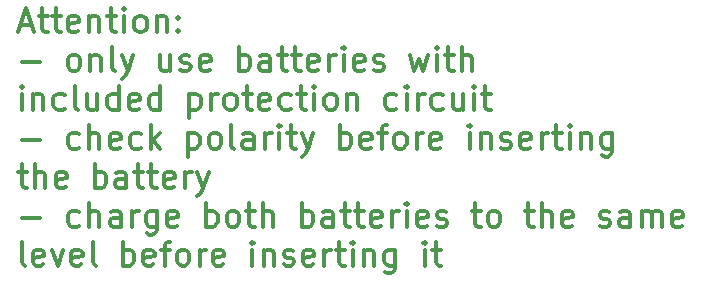
<source format=gbo>
G04 #@! TF.GenerationSoftware,KiCad,Pcbnew,(5.1.5)-3*
G04 #@! TF.CreationDate,2020-09-03T09:53:24+02:00*
G04 #@! TF.ProjectId,chargemod-hw,63686172-6765-46d6-9f64-2d68772e6b69,rev?*
G04 #@! TF.SameCoordinates,Original*
G04 #@! TF.FileFunction,Legend,Bot*
G04 #@! TF.FilePolarity,Positive*
%FSLAX46Y46*%
G04 Gerber Fmt 4.6, Leading zero omitted, Abs format (unit mm)*
G04 Created by KiCad (PCBNEW (5.1.5)-3) date 2020-09-03 09:53:24*
%MOMM*%
%LPD*%
G04 APERTURE LIST*
%ADD10C,0.300000*%
%ADD11O,4.100000X2.600000*%
%ADD12C,1.711200*%
%ADD13C,3.600000*%
%ADD14O,2.080000X4.060000*%
%ADD15R,2.080000X4.060000*%
G04 APERTURE END LIST*
D10*
X105675952Y-97533333D02*
X106628333Y-97533333D01*
X105485476Y-98104761D02*
X106152142Y-96104761D01*
X106818809Y-98104761D01*
X107199761Y-96771428D02*
X107961666Y-96771428D01*
X107485476Y-96104761D02*
X107485476Y-97819047D01*
X107580714Y-98009523D01*
X107771190Y-98104761D01*
X107961666Y-98104761D01*
X108342619Y-96771428D02*
X109104523Y-96771428D01*
X108628333Y-96104761D02*
X108628333Y-97819047D01*
X108723571Y-98009523D01*
X108914047Y-98104761D01*
X109104523Y-98104761D01*
X110533095Y-98009523D02*
X110342619Y-98104761D01*
X109961666Y-98104761D01*
X109771190Y-98009523D01*
X109675952Y-97819047D01*
X109675952Y-97057142D01*
X109771190Y-96866666D01*
X109961666Y-96771428D01*
X110342619Y-96771428D01*
X110533095Y-96866666D01*
X110628333Y-97057142D01*
X110628333Y-97247619D01*
X109675952Y-97438095D01*
X111485476Y-96771428D02*
X111485476Y-98104761D01*
X111485476Y-96961904D02*
X111580714Y-96866666D01*
X111771190Y-96771428D01*
X112056904Y-96771428D01*
X112247380Y-96866666D01*
X112342619Y-97057142D01*
X112342619Y-98104761D01*
X113009285Y-96771428D02*
X113771190Y-96771428D01*
X113295000Y-96104761D02*
X113295000Y-97819047D01*
X113390238Y-98009523D01*
X113580714Y-98104761D01*
X113771190Y-98104761D01*
X114437857Y-98104761D02*
X114437857Y-96771428D01*
X114437857Y-96104761D02*
X114342619Y-96200000D01*
X114437857Y-96295238D01*
X114533095Y-96200000D01*
X114437857Y-96104761D01*
X114437857Y-96295238D01*
X115675952Y-98104761D02*
X115485476Y-98009523D01*
X115390238Y-97914285D01*
X115295000Y-97723809D01*
X115295000Y-97152380D01*
X115390238Y-96961904D01*
X115485476Y-96866666D01*
X115675952Y-96771428D01*
X115961666Y-96771428D01*
X116152142Y-96866666D01*
X116247380Y-96961904D01*
X116342619Y-97152380D01*
X116342619Y-97723809D01*
X116247380Y-97914285D01*
X116152142Y-98009523D01*
X115961666Y-98104761D01*
X115675952Y-98104761D01*
X117199761Y-96771428D02*
X117199761Y-98104761D01*
X117199761Y-96961904D02*
X117295000Y-96866666D01*
X117485476Y-96771428D01*
X117771190Y-96771428D01*
X117961666Y-96866666D01*
X118056904Y-97057142D01*
X118056904Y-98104761D01*
X119009285Y-97914285D02*
X119104523Y-98009523D01*
X119009285Y-98104761D01*
X118914047Y-98009523D01*
X119009285Y-97914285D01*
X119009285Y-98104761D01*
X119009285Y-96866666D02*
X119104523Y-96961904D01*
X119009285Y-97057142D01*
X118914047Y-96961904D01*
X119009285Y-96866666D01*
X119009285Y-97057142D01*
X105771190Y-100642857D02*
X107295000Y-100642857D01*
X110056904Y-101404761D02*
X109866428Y-101309523D01*
X109771190Y-101214285D01*
X109675952Y-101023809D01*
X109675952Y-100452380D01*
X109771190Y-100261904D01*
X109866428Y-100166666D01*
X110056904Y-100071428D01*
X110342619Y-100071428D01*
X110533095Y-100166666D01*
X110628333Y-100261904D01*
X110723571Y-100452380D01*
X110723571Y-101023809D01*
X110628333Y-101214285D01*
X110533095Y-101309523D01*
X110342619Y-101404761D01*
X110056904Y-101404761D01*
X111580714Y-100071428D02*
X111580714Y-101404761D01*
X111580714Y-100261904D02*
X111675952Y-100166666D01*
X111866428Y-100071428D01*
X112152142Y-100071428D01*
X112342619Y-100166666D01*
X112437857Y-100357142D01*
X112437857Y-101404761D01*
X113675952Y-101404761D02*
X113485476Y-101309523D01*
X113390238Y-101119047D01*
X113390238Y-99404761D01*
X114247380Y-100071428D02*
X114723571Y-101404761D01*
X115199761Y-100071428D02*
X114723571Y-101404761D01*
X114533095Y-101880952D01*
X114437857Y-101976190D01*
X114247380Y-102071428D01*
X118342619Y-100071428D02*
X118342619Y-101404761D01*
X117485476Y-100071428D02*
X117485476Y-101119047D01*
X117580714Y-101309523D01*
X117771190Y-101404761D01*
X118056904Y-101404761D01*
X118247380Y-101309523D01*
X118342619Y-101214285D01*
X119199761Y-101309523D02*
X119390238Y-101404761D01*
X119771190Y-101404761D01*
X119961666Y-101309523D01*
X120056904Y-101119047D01*
X120056904Y-101023809D01*
X119961666Y-100833333D01*
X119771190Y-100738095D01*
X119485476Y-100738095D01*
X119295000Y-100642857D01*
X119199761Y-100452380D01*
X119199761Y-100357142D01*
X119295000Y-100166666D01*
X119485476Y-100071428D01*
X119771190Y-100071428D01*
X119961666Y-100166666D01*
X121675952Y-101309523D02*
X121485476Y-101404761D01*
X121104523Y-101404761D01*
X120914047Y-101309523D01*
X120818809Y-101119047D01*
X120818809Y-100357142D01*
X120914047Y-100166666D01*
X121104523Y-100071428D01*
X121485476Y-100071428D01*
X121675952Y-100166666D01*
X121771190Y-100357142D01*
X121771190Y-100547619D01*
X120818809Y-100738095D01*
X124152142Y-101404761D02*
X124152142Y-99404761D01*
X124152142Y-100166666D02*
X124342619Y-100071428D01*
X124723571Y-100071428D01*
X124914047Y-100166666D01*
X125009285Y-100261904D01*
X125104523Y-100452380D01*
X125104523Y-101023809D01*
X125009285Y-101214285D01*
X124914047Y-101309523D01*
X124723571Y-101404761D01*
X124342619Y-101404761D01*
X124152142Y-101309523D01*
X126818809Y-101404761D02*
X126818809Y-100357142D01*
X126723571Y-100166666D01*
X126533095Y-100071428D01*
X126152142Y-100071428D01*
X125961666Y-100166666D01*
X126818809Y-101309523D02*
X126628333Y-101404761D01*
X126152142Y-101404761D01*
X125961666Y-101309523D01*
X125866428Y-101119047D01*
X125866428Y-100928571D01*
X125961666Y-100738095D01*
X126152142Y-100642857D01*
X126628333Y-100642857D01*
X126818809Y-100547619D01*
X127485476Y-100071428D02*
X128247380Y-100071428D01*
X127771190Y-99404761D02*
X127771190Y-101119047D01*
X127866428Y-101309523D01*
X128056904Y-101404761D01*
X128247380Y-101404761D01*
X128628333Y-100071428D02*
X129390238Y-100071428D01*
X128914047Y-99404761D02*
X128914047Y-101119047D01*
X129009285Y-101309523D01*
X129199761Y-101404761D01*
X129390238Y-101404761D01*
X130818809Y-101309523D02*
X130628333Y-101404761D01*
X130247380Y-101404761D01*
X130056904Y-101309523D01*
X129961666Y-101119047D01*
X129961666Y-100357142D01*
X130056904Y-100166666D01*
X130247380Y-100071428D01*
X130628333Y-100071428D01*
X130818809Y-100166666D01*
X130914047Y-100357142D01*
X130914047Y-100547619D01*
X129961666Y-100738095D01*
X131771190Y-101404761D02*
X131771190Y-100071428D01*
X131771190Y-100452380D02*
X131866428Y-100261904D01*
X131961666Y-100166666D01*
X132152142Y-100071428D01*
X132342619Y-100071428D01*
X133009285Y-101404761D02*
X133009285Y-100071428D01*
X133009285Y-99404761D02*
X132914047Y-99500000D01*
X133009285Y-99595238D01*
X133104523Y-99500000D01*
X133009285Y-99404761D01*
X133009285Y-99595238D01*
X134723571Y-101309523D02*
X134533095Y-101404761D01*
X134152142Y-101404761D01*
X133961666Y-101309523D01*
X133866428Y-101119047D01*
X133866428Y-100357142D01*
X133961666Y-100166666D01*
X134152142Y-100071428D01*
X134533095Y-100071428D01*
X134723571Y-100166666D01*
X134818809Y-100357142D01*
X134818809Y-100547619D01*
X133866428Y-100738095D01*
X135580714Y-101309523D02*
X135771190Y-101404761D01*
X136152142Y-101404761D01*
X136342619Y-101309523D01*
X136437857Y-101119047D01*
X136437857Y-101023809D01*
X136342619Y-100833333D01*
X136152142Y-100738095D01*
X135866428Y-100738095D01*
X135675952Y-100642857D01*
X135580714Y-100452380D01*
X135580714Y-100357142D01*
X135675952Y-100166666D01*
X135866428Y-100071428D01*
X136152142Y-100071428D01*
X136342619Y-100166666D01*
X138628333Y-100071428D02*
X139009285Y-101404761D01*
X139390238Y-100452380D01*
X139771190Y-101404761D01*
X140152142Y-100071428D01*
X140914047Y-101404761D02*
X140914047Y-100071428D01*
X140914047Y-99404761D02*
X140818809Y-99500000D01*
X140914047Y-99595238D01*
X141009285Y-99500000D01*
X140914047Y-99404761D01*
X140914047Y-99595238D01*
X141580714Y-100071428D02*
X142342619Y-100071428D01*
X141866428Y-99404761D02*
X141866428Y-101119047D01*
X141961666Y-101309523D01*
X142152142Y-101404761D01*
X142342619Y-101404761D01*
X143009285Y-101404761D02*
X143009285Y-99404761D01*
X143866428Y-101404761D02*
X143866428Y-100357142D01*
X143771190Y-100166666D01*
X143580714Y-100071428D01*
X143295000Y-100071428D01*
X143104523Y-100166666D01*
X143009285Y-100261904D01*
X105771190Y-104704761D02*
X105771190Y-103371428D01*
X105771190Y-102704761D02*
X105675952Y-102800000D01*
X105771190Y-102895238D01*
X105866428Y-102800000D01*
X105771190Y-102704761D01*
X105771190Y-102895238D01*
X106723571Y-103371428D02*
X106723571Y-104704761D01*
X106723571Y-103561904D02*
X106818809Y-103466666D01*
X107009285Y-103371428D01*
X107295000Y-103371428D01*
X107485476Y-103466666D01*
X107580714Y-103657142D01*
X107580714Y-104704761D01*
X109390238Y-104609523D02*
X109199761Y-104704761D01*
X108818809Y-104704761D01*
X108628333Y-104609523D01*
X108533095Y-104514285D01*
X108437857Y-104323809D01*
X108437857Y-103752380D01*
X108533095Y-103561904D01*
X108628333Y-103466666D01*
X108818809Y-103371428D01*
X109199761Y-103371428D01*
X109390238Y-103466666D01*
X110533095Y-104704761D02*
X110342619Y-104609523D01*
X110247380Y-104419047D01*
X110247380Y-102704761D01*
X112152142Y-103371428D02*
X112152142Y-104704761D01*
X111295000Y-103371428D02*
X111295000Y-104419047D01*
X111390238Y-104609523D01*
X111580714Y-104704761D01*
X111866428Y-104704761D01*
X112056904Y-104609523D01*
X112152142Y-104514285D01*
X113961666Y-104704761D02*
X113961666Y-102704761D01*
X113961666Y-104609523D02*
X113771190Y-104704761D01*
X113390238Y-104704761D01*
X113199761Y-104609523D01*
X113104523Y-104514285D01*
X113009285Y-104323809D01*
X113009285Y-103752380D01*
X113104523Y-103561904D01*
X113199761Y-103466666D01*
X113390238Y-103371428D01*
X113771190Y-103371428D01*
X113961666Y-103466666D01*
X115675952Y-104609523D02*
X115485476Y-104704761D01*
X115104523Y-104704761D01*
X114914047Y-104609523D01*
X114818809Y-104419047D01*
X114818809Y-103657142D01*
X114914047Y-103466666D01*
X115104523Y-103371428D01*
X115485476Y-103371428D01*
X115675952Y-103466666D01*
X115771190Y-103657142D01*
X115771190Y-103847619D01*
X114818809Y-104038095D01*
X117485476Y-104704761D02*
X117485476Y-102704761D01*
X117485476Y-104609523D02*
X117295000Y-104704761D01*
X116914047Y-104704761D01*
X116723571Y-104609523D01*
X116628333Y-104514285D01*
X116533095Y-104323809D01*
X116533095Y-103752380D01*
X116628333Y-103561904D01*
X116723571Y-103466666D01*
X116914047Y-103371428D01*
X117295000Y-103371428D01*
X117485476Y-103466666D01*
X119961666Y-103371428D02*
X119961666Y-105371428D01*
X119961666Y-103466666D02*
X120152142Y-103371428D01*
X120533095Y-103371428D01*
X120723571Y-103466666D01*
X120818809Y-103561904D01*
X120914047Y-103752380D01*
X120914047Y-104323809D01*
X120818809Y-104514285D01*
X120723571Y-104609523D01*
X120533095Y-104704761D01*
X120152142Y-104704761D01*
X119961666Y-104609523D01*
X121771190Y-104704761D02*
X121771190Y-103371428D01*
X121771190Y-103752380D02*
X121866428Y-103561904D01*
X121961666Y-103466666D01*
X122152142Y-103371428D01*
X122342619Y-103371428D01*
X123295000Y-104704761D02*
X123104523Y-104609523D01*
X123009285Y-104514285D01*
X122914047Y-104323809D01*
X122914047Y-103752380D01*
X123009285Y-103561904D01*
X123104523Y-103466666D01*
X123295000Y-103371428D01*
X123580714Y-103371428D01*
X123771190Y-103466666D01*
X123866428Y-103561904D01*
X123961666Y-103752380D01*
X123961666Y-104323809D01*
X123866428Y-104514285D01*
X123771190Y-104609523D01*
X123580714Y-104704761D01*
X123295000Y-104704761D01*
X124533095Y-103371428D02*
X125295000Y-103371428D01*
X124818809Y-102704761D02*
X124818809Y-104419047D01*
X124914047Y-104609523D01*
X125104523Y-104704761D01*
X125295000Y-104704761D01*
X126723571Y-104609523D02*
X126533095Y-104704761D01*
X126152142Y-104704761D01*
X125961666Y-104609523D01*
X125866428Y-104419047D01*
X125866428Y-103657142D01*
X125961666Y-103466666D01*
X126152142Y-103371428D01*
X126533095Y-103371428D01*
X126723571Y-103466666D01*
X126818809Y-103657142D01*
X126818809Y-103847619D01*
X125866428Y-104038095D01*
X128533095Y-104609523D02*
X128342619Y-104704761D01*
X127961666Y-104704761D01*
X127771190Y-104609523D01*
X127675952Y-104514285D01*
X127580714Y-104323809D01*
X127580714Y-103752380D01*
X127675952Y-103561904D01*
X127771190Y-103466666D01*
X127961666Y-103371428D01*
X128342619Y-103371428D01*
X128533095Y-103466666D01*
X129104523Y-103371428D02*
X129866428Y-103371428D01*
X129390238Y-102704761D02*
X129390238Y-104419047D01*
X129485476Y-104609523D01*
X129675952Y-104704761D01*
X129866428Y-104704761D01*
X130533095Y-104704761D02*
X130533095Y-103371428D01*
X130533095Y-102704761D02*
X130437857Y-102800000D01*
X130533095Y-102895238D01*
X130628333Y-102800000D01*
X130533095Y-102704761D01*
X130533095Y-102895238D01*
X131771190Y-104704761D02*
X131580714Y-104609523D01*
X131485476Y-104514285D01*
X131390238Y-104323809D01*
X131390238Y-103752380D01*
X131485476Y-103561904D01*
X131580714Y-103466666D01*
X131771190Y-103371428D01*
X132056904Y-103371428D01*
X132247380Y-103466666D01*
X132342619Y-103561904D01*
X132437857Y-103752380D01*
X132437857Y-104323809D01*
X132342619Y-104514285D01*
X132247380Y-104609523D01*
X132056904Y-104704761D01*
X131771190Y-104704761D01*
X133295000Y-103371428D02*
X133295000Y-104704761D01*
X133295000Y-103561904D02*
X133390238Y-103466666D01*
X133580714Y-103371428D01*
X133866428Y-103371428D01*
X134056904Y-103466666D01*
X134152142Y-103657142D01*
X134152142Y-104704761D01*
X137485476Y-104609523D02*
X137295000Y-104704761D01*
X136914047Y-104704761D01*
X136723571Y-104609523D01*
X136628333Y-104514285D01*
X136533095Y-104323809D01*
X136533095Y-103752380D01*
X136628333Y-103561904D01*
X136723571Y-103466666D01*
X136914047Y-103371428D01*
X137295000Y-103371428D01*
X137485476Y-103466666D01*
X138342619Y-104704761D02*
X138342619Y-103371428D01*
X138342619Y-102704761D02*
X138247380Y-102800000D01*
X138342619Y-102895238D01*
X138437857Y-102800000D01*
X138342619Y-102704761D01*
X138342619Y-102895238D01*
X139295000Y-104704761D02*
X139295000Y-103371428D01*
X139295000Y-103752380D02*
X139390238Y-103561904D01*
X139485476Y-103466666D01*
X139675952Y-103371428D01*
X139866428Y-103371428D01*
X141390238Y-104609523D02*
X141199761Y-104704761D01*
X140818809Y-104704761D01*
X140628333Y-104609523D01*
X140533095Y-104514285D01*
X140437857Y-104323809D01*
X140437857Y-103752380D01*
X140533095Y-103561904D01*
X140628333Y-103466666D01*
X140818809Y-103371428D01*
X141199761Y-103371428D01*
X141390238Y-103466666D01*
X143104523Y-103371428D02*
X143104523Y-104704761D01*
X142247380Y-103371428D02*
X142247380Y-104419047D01*
X142342619Y-104609523D01*
X142533095Y-104704761D01*
X142818809Y-104704761D01*
X143009285Y-104609523D01*
X143104523Y-104514285D01*
X144056904Y-104704761D02*
X144056904Y-103371428D01*
X144056904Y-102704761D02*
X143961666Y-102800000D01*
X144056904Y-102895238D01*
X144152142Y-102800000D01*
X144056904Y-102704761D01*
X144056904Y-102895238D01*
X144723571Y-103371428D02*
X145485476Y-103371428D01*
X145009285Y-102704761D02*
X145009285Y-104419047D01*
X145104523Y-104609523D01*
X145295000Y-104704761D01*
X145485476Y-104704761D01*
X105771190Y-107242857D02*
X107295000Y-107242857D01*
X110628333Y-107909523D02*
X110437857Y-108004761D01*
X110056904Y-108004761D01*
X109866428Y-107909523D01*
X109771190Y-107814285D01*
X109675952Y-107623809D01*
X109675952Y-107052380D01*
X109771190Y-106861904D01*
X109866428Y-106766666D01*
X110056904Y-106671428D01*
X110437857Y-106671428D01*
X110628333Y-106766666D01*
X111485476Y-108004761D02*
X111485476Y-106004761D01*
X112342619Y-108004761D02*
X112342619Y-106957142D01*
X112247380Y-106766666D01*
X112056904Y-106671428D01*
X111771190Y-106671428D01*
X111580714Y-106766666D01*
X111485476Y-106861904D01*
X114056904Y-107909523D02*
X113866428Y-108004761D01*
X113485476Y-108004761D01*
X113295000Y-107909523D01*
X113199761Y-107719047D01*
X113199761Y-106957142D01*
X113295000Y-106766666D01*
X113485476Y-106671428D01*
X113866428Y-106671428D01*
X114056904Y-106766666D01*
X114152142Y-106957142D01*
X114152142Y-107147619D01*
X113199761Y-107338095D01*
X115866428Y-107909523D02*
X115675952Y-108004761D01*
X115295000Y-108004761D01*
X115104523Y-107909523D01*
X115009285Y-107814285D01*
X114914047Y-107623809D01*
X114914047Y-107052380D01*
X115009285Y-106861904D01*
X115104523Y-106766666D01*
X115295000Y-106671428D01*
X115675952Y-106671428D01*
X115866428Y-106766666D01*
X116723571Y-108004761D02*
X116723571Y-106004761D01*
X116914047Y-107242857D02*
X117485476Y-108004761D01*
X117485476Y-106671428D02*
X116723571Y-107433333D01*
X119866428Y-106671428D02*
X119866428Y-108671428D01*
X119866428Y-106766666D02*
X120056904Y-106671428D01*
X120437857Y-106671428D01*
X120628333Y-106766666D01*
X120723571Y-106861904D01*
X120818809Y-107052380D01*
X120818809Y-107623809D01*
X120723571Y-107814285D01*
X120628333Y-107909523D01*
X120437857Y-108004761D01*
X120056904Y-108004761D01*
X119866428Y-107909523D01*
X121961666Y-108004761D02*
X121771190Y-107909523D01*
X121675952Y-107814285D01*
X121580714Y-107623809D01*
X121580714Y-107052380D01*
X121675952Y-106861904D01*
X121771190Y-106766666D01*
X121961666Y-106671428D01*
X122247380Y-106671428D01*
X122437857Y-106766666D01*
X122533095Y-106861904D01*
X122628333Y-107052380D01*
X122628333Y-107623809D01*
X122533095Y-107814285D01*
X122437857Y-107909523D01*
X122247380Y-108004761D01*
X121961666Y-108004761D01*
X123771190Y-108004761D02*
X123580714Y-107909523D01*
X123485476Y-107719047D01*
X123485476Y-106004761D01*
X125390238Y-108004761D02*
X125390238Y-106957142D01*
X125295000Y-106766666D01*
X125104523Y-106671428D01*
X124723571Y-106671428D01*
X124533095Y-106766666D01*
X125390238Y-107909523D02*
X125199761Y-108004761D01*
X124723571Y-108004761D01*
X124533095Y-107909523D01*
X124437857Y-107719047D01*
X124437857Y-107528571D01*
X124533095Y-107338095D01*
X124723571Y-107242857D01*
X125199761Y-107242857D01*
X125390238Y-107147619D01*
X126342619Y-108004761D02*
X126342619Y-106671428D01*
X126342619Y-107052380D02*
X126437857Y-106861904D01*
X126533095Y-106766666D01*
X126723571Y-106671428D01*
X126914047Y-106671428D01*
X127580714Y-108004761D02*
X127580714Y-106671428D01*
X127580714Y-106004761D02*
X127485476Y-106100000D01*
X127580714Y-106195238D01*
X127675952Y-106100000D01*
X127580714Y-106004761D01*
X127580714Y-106195238D01*
X128247380Y-106671428D02*
X129009285Y-106671428D01*
X128533095Y-106004761D02*
X128533095Y-107719047D01*
X128628333Y-107909523D01*
X128818809Y-108004761D01*
X129009285Y-108004761D01*
X129485476Y-106671428D02*
X129961666Y-108004761D01*
X130437857Y-106671428D02*
X129961666Y-108004761D01*
X129771190Y-108480952D01*
X129675952Y-108576190D01*
X129485476Y-108671428D01*
X132723571Y-108004761D02*
X132723571Y-106004761D01*
X132723571Y-106766666D02*
X132914047Y-106671428D01*
X133295000Y-106671428D01*
X133485476Y-106766666D01*
X133580714Y-106861904D01*
X133675952Y-107052380D01*
X133675952Y-107623809D01*
X133580714Y-107814285D01*
X133485476Y-107909523D01*
X133295000Y-108004761D01*
X132914047Y-108004761D01*
X132723571Y-107909523D01*
X135295000Y-107909523D02*
X135104523Y-108004761D01*
X134723571Y-108004761D01*
X134533095Y-107909523D01*
X134437857Y-107719047D01*
X134437857Y-106957142D01*
X134533095Y-106766666D01*
X134723571Y-106671428D01*
X135104523Y-106671428D01*
X135295000Y-106766666D01*
X135390238Y-106957142D01*
X135390238Y-107147619D01*
X134437857Y-107338095D01*
X135961666Y-106671428D02*
X136723571Y-106671428D01*
X136247380Y-108004761D02*
X136247380Y-106290476D01*
X136342619Y-106100000D01*
X136533095Y-106004761D01*
X136723571Y-106004761D01*
X137675952Y-108004761D02*
X137485476Y-107909523D01*
X137390238Y-107814285D01*
X137295000Y-107623809D01*
X137295000Y-107052380D01*
X137390238Y-106861904D01*
X137485476Y-106766666D01*
X137675952Y-106671428D01*
X137961666Y-106671428D01*
X138152142Y-106766666D01*
X138247380Y-106861904D01*
X138342619Y-107052380D01*
X138342619Y-107623809D01*
X138247380Y-107814285D01*
X138152142Y-107909523D01*
X137961666Y-108004761D01*
X137675952Y-108004761D01*
X139199761Y-108004761D02*
X139199761Y-106671428D01*
X139199761Y-107052380D02*
X139295000Y-106861904D01*
X139390238Y-106766666D01*
X139580714Y-106671428D01*
X139771190Y-106671428D01*
X141199761Y-107909523D02*
X141009285Y-108004761D01*
X140628333Y-108004761D01*
X140437857Y-107909523D01*
X140342619Y-107719047D01*
X140342619Y-106957142D01*
X140437857Y-106766666D01*
X140628333Y-106671428D01*
X141009285Y-106671428D01*
X141199761Y-106766666D01*
X141295000Y-106957142D01*
X141295000Y-107147619D01*
X140342619Y-107338095D01*
X143675952Y-108004761D02*
X143675952Y-106671428D01*
X143675952Y-106004761D02*
X143580714Y-106100000D01*
X143675952Y-106195238D01*
X143771190Y-106100000D01*
X143675952Y-106004761D01*
X143675952Y-106195238D01*
X144628333Y-106671428D02*
X144628333Y-108004761D01*
X144628333Y-106861904D02*
X144723571Y-106766666D01*
X144914047Y-106671428D01*
X145199761Y-106671428D01*
X145390238Y-106766666D01*
X145485476Y-106957142D01*
X145485476Y-108004761D01*
X146342619Y-107909523D02*
X146533095Y-108004761D01*
X146914047Y-108004761D01*
X147104523Y-107909523D01*
X147199761Y-107719047D01*
X147199761Y-107623809D01*
X147104523Y-107433333D01*
X146914047Y-107338095D01*
X146628333Y-107338095D01*
X146437857Y-107242857D01*
X146342619Y-107052380D01*
X146342619Y-106957142D01*
X146437857Y-106766666D01*
X146628333Y-106671428D01*
X146914047Y-106671428D01*
X147104523Y-106766666D01*
X148818809Y-107909523D02*
X148628333Y-108004761D01*
X148247380Y-108004761D01*
X148056904Y-107909523D01*
X147961666Y-107719047D01*
X147961666Y-106957142D01*
X148056904Y-106766666D01*
X148247380Y-106671428D01*
X148628333Y-106671428D01*
X148818809Y-106766666D01*
X148914047Y-106957142D01*
X148914047Y-107147619D01*
X147961666Y-107338095D01*
X149771190Y-108004761D02*
X149771190Y-106671428D01*
X149771190Y-107052380D02*
X149866428Y-106861904D01*
X149961666Y-106766666D01*
X150152142Y-106671428D01*
X150342619Y-106671428D01*
X150723571Y-106671428D02*
X151485476Y-106671428D01*
X151009285Y-106004761D02*
X151009285Y-107719047D01*
X151104523Y-107909523D01*
X151295000Y-108004761D01*
X151485476Y-108004761D01*
X152152142Y-108004761D02*
X152152142Y-106671428D01*
X152152142Y-106004761D02*
X152056904Y-106100000D01*
X152152142Y-106195238D01*
X152247380Y-106100000D01*
X152152142Y-106004761D01*
X152152142Y-106195238D01*
X153104523Y-106671428D02*
X153104523Y-108004761D01*
X153104523Y-106861904D02*
X153199761Y-106766666D01*
X153390238Y-106671428D01*
X153675952Y-106671428D01*
X153866428Y-106766666D01*
X153961666Y-106957142D01*
X153961666Y-108004761D01*
X155771190Y-106671428D02*
X155771190Y-108290476D01*
X155675952Y-108480952D01*
X155580714Y-108576190D01*
X155390238Y-108671428D01*
X155104523Y-108671428D01*
X154914047Y-108576190D01*
X155771190Y-107909523D02*
X155580714Y-108004761D01*
X155199761Y-108004761D01*
X155009285Y-107909523D01*
X154914047Y-107814285D01*
X154818809Y-107623809D01*
X154818809Y-107052380D01*
X154914047Y-106861904D01*
X155009285Y-106766666D01*
X155199761Y-106671428D01*
X155580714Y-106671428D01*
X155771190Y-106766666D01*
X105485476Y-109971428D02*
X106247380Y-109971428D01*
X105771190Y-109304761D02*
X105771190Y-111019047D01*
X105866428Y-111209523D01*
X106056904Y-111304761D01*
X106247380Y-111304761D01*
X106914047Y-111304761D02*
X106914047Y-109304761D01*
X107771190Y-111304761D02*
X107771190Y-110257142D01*
X107675952Y-110066666D01*
X107485476Y-109971428D01*
X107199761Y-109971428D01*
X107009285Y-110066666D01*
X106914047Y-110161904D01*
X109485476Y-111209523D02*
X109295000Y-111304761D01*
X108914047Y-111304761D01*
X108723571Y-111209523D01*
X108628333Y-111019047D01*
X108628333Y-110257142D01*
X108723571Y-110066666D01*
X108914047Y-109971428D01*
X109295000Y-109971428D01*
X109485476Y-110066666D01*
X109580714Y-110257142D01*
X109580714Y-110447619D01*
X108628333Y-110638095D01*
X111961666Y-111304761D02*
X111961666Y-109304761D01*
X111961666Y-110066666D02*
X112152142Y-109971428D01*
X112533095Y-109971428D01*
X112723571Y-110066666D01*
X112818809Y-110161904D01*
X112914047Y-110352380D01*
X112914047Y-110923809D01*
X112818809Y-111114285D01*
X112723571Y-111209523D01*
X112533095Y-111304761D01*
X112152142Y-111304761D01*
X111961666Y-111209523D01*
X114628333Y-111304761D02*
X114628333Y-110257142D01*
X114533095Y-110066666D01*
X114342619Y-109971428D01*
X113961666Y-109971428D01*
X113771190Y-110066666D01*
X114628333Y-111209523D02*
X114437857Y-111304761D01*
X113961666Y-111304761D01*
X113771190Y-111209523D01*
X113675952Y-111019047D01*
X113675952Y-110828571D01*
X113771190Y-110638095D01*
X113961666Y-110542857D01*
X114437857Y-110542857D01*
X114628333Y-110447619D01*
X115295000Y-109971428D02*
X116056904Y-109971428D01*
X115580714Y-109304761D02*
X115580714Y-111019047D01*
X115675952Y-111209523D01*
X115866428Y-111304761D01*
X116056904Y-111304761D01*
X116437857Y-109971428D02*
X117199761Y-109971428D01*
X116723571Y-109304761D02*
X116723571Y-111019047D01*
X116818809Y-111209523D01*
X117009285Y-111304761D01*
X117199761Y-111304761D01*
X118628333Y-111209523D02*
X118437857Y-111304761D01*
X118056904Y-111304761D01*
X117866428Y-111209523D01*
X117771190Y-111019047D01*
X117771190Y-110257142D01*
X117866428Y-110066666D01*
X118056904Y-109971428D01*
X118437857Y-109971428D01*
X118628333Y-110066666D01*
X118723571Y-110257142D01*
X118723571Y-110447619D01*
X117771190Y-110638095D01*
X119580714Y-111304761D02*
X119580714Y-109971428D01*
X119580714Y-110352380D02*
X119675952Y-110161904D01*
X119771190Y-110066666D01*
X119961666Y-109971428D01*
X120152142Y-109971428D01*
X120628333Y-109971428D02*
X121104523Y-111304761D01*
X121580714Y-109971428D02*
X121104523Y-111304761D01*
X120914047Y-111780952D01*
X120818809Y-111876190D01*
X120628333Y-111971428D01*
X105771190Y-113842857D02*
X107295000Y-113842857D01*
X110628333Y-114509523D02*
X110437857Y-114604761D01*
X110056904Y-114604761D01*
X109866428Y-114509523D01*
X109771190Y-114414285D01*
X109675952Y-114223809D01*
X109675952Y-113652380D01*
X109771190Y-113461904D01*
X109866428Y-113366666D01*
X110056904Y-113271428D01*
X110437857Y-113271428D01*
X110628333Y-113366666D01*
X111485476Y-114604761D02*
X111485476Y-112604761D01*
X112342619Y-114604761D02*
X112342619Y-113557142D01*
X112247380Y-113366666D01*
X112056904Y-113271428D01*
X111771190Y-113271428D01*
X111580714Y-113366666D01*
X111485476Y-113461904D01*
X114152142Y-114604761D02*
X114152142Y-113557142D01*
X114056904Y-113366666D01*
X113866428Y-113271428D01*
X113485476Y-113271428D01*
X113295000Y-113366666D01*
X114152142Y-114509523D02*
X113961666Y-114604761D01*
X113485476Y-114604761D01*
X113295000Y-114509523D01*
X113199761Y-114319047D01*
X113199761Y-114128571D01*
X113295000Y-113938095D01*
X113485476Y-113842857D01*
X113961666Y-113842857D01*
X114152142Y-113747619D01*
X115104523Y-114604761D02*
X115104523Y-113271428D01*
X115104523Y-113652380D02*
X115199761Y-113461904D01*
X115295000Y-113366666D01*
X115485476Y-113271428D01*
X115675952Y-113271428D01*
X117199761Y-113271428D02*
X117199761Y-114890476D01*
X117104523Y-115080952D01*
X117009285Y-115176190D01*
X116818809Y-115271428D01*
X116533095Y-115271428D01*
X116342619Y-115176190D01*
X117199761Y-114509523D02*
X117009285Y-114604761D01*
X116628333Y-114604761D01*
X116437857Y-114509523D01*
X116342619Y-114414285D01*
X116247380Y-114223809D01*
X116247380Y-113652380D01*
X116342619Y-113461904D01*
X116437857Y-113366666D01*
X116628333Y-113271428D01*
X117009285Y-113271428D01*
X117199761Y-113366666D01*
X118914047Y-114509523D02*
X118723571Y-114604761D01*
X118342619Y-114604761D01*
X118152142Y-114509523D01*
X118056904Y-114319047D01*
X118056904Y-113557142D01*
X118152142Y-113366666D01*
X118342619Y-113271428D01*
X118723571Y-113271428D01*
X118914047Y-113366666D01*
X119009285Y-113557142D01*
X119009285Y-113747619D01*
X118056904Y-113938095D01*
X121390238Y-114604761D02*
X121390238Y-112604761D01*
X121390238Y-113366666D02*
X121580714Y-113271428D01*
X121961666Y-113271428D01*
X122152142Y-113366666D01*
X122247380Y-113461904D01*
X122342619Y-113652380D01*
X122342619Y-114223809D01*
X122247380Y-114414285D01*
X122152142Y-114509523D01*
X121961666Y-114604761D01*
X121580714Y-114604761D01*
X121390238Y-114509523D01*
X123485476Y-114604761D02*
X123295000Y-114509523D01*
X123199761Y-114414285D01*
X123104523Y-114223809D01*
X123104523Y-113652380D01*
X123199761Y-113461904D01*
X123295000Y-113366666D01*
X123485476Y-113271428D01*
X123771190Y-113271428D01*
X123961666Y-113366666D01*
X124056904Y-113461904D01*
X124152142Y-113652380D01*
X124152142Y-114223809D01*
X124056904Y-114414285D01*
X123961666Y-114509523D01*
X123771190Y-114604761D01*
X123485476Y-114604761D01*
X124723571Y-113271428D02*
X125485476Y-113271428D01*
X125009285Y-112604761D02*
X125009285Y-114319047D01*
X125104523Y-114509523D01*
X125295000Y-114604761D01*
X125485476Y-114604761D01*
X126152142Y-114604761D02*
X126152142Y-112604761D01*
X127009285Y-114604761D02*
X127009285Y-113557142D01*
X126914047Y-113366666D01*
X126723571Y-113271428D01*
X126437857Y-113271428D01*
X126247380Y-113366666D01*
X126152142Y-113461904D01*
X129485476Y-114604761D02*
X129485476Y-112604761D01*
X129485476Y-113366666D02*
X129675952Y-113271428D01*
X130056904Y-113271428D01*
X130247380Y-113366666D01*
X130342619Y-113461904D01*
X130437857Y-113652380D01*
X130437857Y-114223809D01*
X130342619Y-114414285D01*
X130247380Y-114509523D01*
X130056904Y-114604761D01*
X129675952Y-114604761D01*
X129485476Y-114509523D01*
X132152142Y-114604761D02*
X132152142Y-113557142D01*
X132056904Y-113366666D01*
X131866428Y-113271428D01*
X131485476Y-113271428D01*
X131295000Y-113366666D01*
X132152142Y-114509523D02*
X131961666Y-114604761D01*
X131485476Y-114604761D01*
X131295000Y-114509523D01*
X131199761Y-114319047D01*
X131199761Y-114128571D01*
X131295000Y-113938095D01*
X131485476Y-113842857D01*
X131961666Y-113842857D01*
X132152142Y-113747619D01*
X132818809Y-113271428D02*
X133580714Y-113271428D01*
X133104523Y-112604761D02*
X133104523Y-114319047D01*
X133199761Y-114509523D01*
X133390238Y-114604761D01*
X133580714Y-114604761D01*
X133961666Y-113271428D02*
X134723571Y-113271428D01*
X134247380Y-112604761D02*
X134247380Y-114319047D01*
X134342619Y-114509523D01*
X134533095Y-114604761D01*
X134723571Y-114604761D01*
X136152142Y-114509523D02*
X135961666Y-114604761D01*
X135580714Y-114604761D01*
X135390238Y-114509523D01*
X135295000Y-114319047D01*
X135295000Y-113557142D01*
X135390238Y-113366666D01*
X135580714Y-113271428D01*
X135961666Y-113271428D01*
X136152142Y-113366666D01*
X136247380Y-113557142D01*
X136247380Y-113747619D01*
X135295000Y-113938095D01*
X137104523Y-114604761D02*
X137104523Y-113271428D01*
X137104523Y-113652380D02*
X137199761Y-113461904D01*
X137295000Y-113366666D01*
X137485476Y-113271428D01*
X137675952Y-113271428D01*
X138342619Y-114604761D02*
X138342619Y-113271428D01*
X138342619Y-112604761D02*
X138247380Y-112700000D01*
X138342619Y-112795238D01*
X138437857Y-112700000D01*
X138342619Y-112604761D01*
X138342619Y-112795238D01*
X140056904Y-114509523D02*
X139866428Y-114604761D01*
X139485476Y-114604761D01*
X139295000Y-114509523D01*
X139199761Y-114319047D01*
X139199761Y-113557142D01*
X139295000Y-113366666D01*
X139485476Y-113271428D01*
X139866428Y-113271428D01*
X140056904Y-113366666D01*
X140152142Y-113557142D01*
X140152142Y-113747619D01*
X139199761Y-113938095D01*
X140914047Y-114509523D02*
X141104523Y-114604761D01*
X141485476Y-114604761D01*
X141675952Y-114509523D01*
X141771190Y-114319047D01*
X141771190Y-114223809D01*
X141675952Y-114033333D01*
X141485476Y-113938095D01*
X141199761Y-113938095D01*
X141009285Y-113842857D01*
X140914047Y-113652380D01*
X140914047Y-113557142D01*
X141009285Y-113366666D01*
X141199761Y-113271428D01*
X141485476Y-113271428D01*
X141675952Y-113366666D01*
X143866428Y-113271428D02*
X144628333Y-113271428D01*
X144152142Y-112604761D02*
X144152142Y-114319047D01*
X144247380Y-114509523D01*
X144437857Y-114604761D01*
X144628333Y-114604761D01*
X145580714Y-114604761D02*
X145390238Y-114509523D01*
X145295000Y-114414285D01*
X145199761Y-114223809D01*
X145199761Y-113652380D01*
X145295000Y-113461904D01*
X145390238Y-113366666D01*
X145580714Y-113271428D01*
X145866428Y-113271428D01*
X146056904Y-113366666D01*
X146152142Y-113461904D01*
X146247380Y-113652380D01*
X146247380Y-114223809D01*
X146152142Y-114414285D01*
X146056904Y-114509523D01*
X145866428Y-114604761D01*
X145580714Y-114604761D01*
X148342619Y-113271428D02*
X149104523Y-113271428D01*
X148628333Y-112604761D02*
X148628333Y-114319047D01*
X148723571Y-114509523D01*
X148914047Y-114604761D01*
X149104523Y-114604761D01*
X149771190Y-114604761D02*
X149771190Y-112604761D01*
X150628333Y-114604761D02*
X150628333Y-113557142D01*
X150533095Y-113366666D01*
X150342619Y-113271428D01*
X150056904Y-113271428D01*
X149866428Y-113366666D01*
X149771190Y-113461904D01*
X152342619Y-114509523D02*
X152152142Y-114604761D01*
X151771190Y-114604761D01*
X151580714Y-114509523D01*
X151485476Y-114319047D01*
X151485476Y-113557142D01*
X151580714Y-113366666D01*
X151771190Y-113271428D01*
X152152142Y-113271428D01*
X152342619Y-113366666D01*
X152437857Y-113557142D01*
X152437857Y-113747619D01*
X151485476Y-113938095D01*
X154723571Y-114509523D02*
X154914047Y-114604761D01*
X155295000Y-114604761D01*
X155485476Y-114509523D01*
X155580714Y-114319047D01*
X155580714Y-114223809D01*
X155485476Y-114033333D01*
X155295000Y-113938095D01*
X155009285Y-113938095D01*
X154818809Y-113842857D01*
X154723571Y-113652380D01*
X154723571Y-113557142D01*
X154818809Y-113366666D01*
X155009285Y-113271428D01*
X155295000Y-113271428D01*
X155485476Y-113366666D01*
X157295000Y-114604761D02*
X157295000Y-113557142D01*
X157199761Y-113366666D01*
X157009285Y-113271428D01*
X156628333Y-113271428D01*
X156437857Y-113366666D01*
X157295000Y-114509523D02*
X157104523Y-114604761D01*
X156628333Y-114604761D01*
X156437857Y-114509523D01*
X156342619Y-114319047D01*
X156342619Y-114128571D01*
X156437857Y-113938095D01*
X156628333Y-113842857D01*
X157104523Y-113842857D01*
X157295000Y-113747619D01*
X158247380Y-114604761D02*
X158247380Y-113271428D01*
X158247380Y-113461904D02*
X158342619Y-113366666D01*
X158533095Y-113271428D01*
X158818809Y-113271428D01*
X159009285Y-113366666D01*
X159104523Y-113557142D01*
X159104523Y-114604761D01*
X159104523Y-113557142D02*
X159199761Y-113366666D01*
X159390238Y-113271428D01*
X159675952Y-113271428D01*
X159866428Y-113366666D01*
X159961666Y-113557142D01*
X159961666Y-114604761D01*
X161675952Y-114509523D02*
X161485476Y-114604761D01*
X161104523Y-114604761D01*
X160914047Y-114509523D01*
X160818809Y-114319047D01*
X160818809Y-113557142D01*
X160914047Y-113366666D01*
X161104523Y-113271428D01*
X161485476Y-113271428D01*
X161675952Y-113366666D01*
X161771190Y-113557142D01*
X161771190Y-113747619D01*
X160818809Y-113938095D01*
X106056904Y-117904761D02*
X105866428Y-117809523D01*
X105771190Y-117619047D01*
X105771190Y-115904761D01*
X107580714Y-117809523D02*
X107390238Y-117904761D01*
X107009285Y-117904761D01*
X106818809Y-117809523D01*
X106723571Y-117619047D01*
X106723571Y-116857142D01*
X106818809Y-116666666D01*
X107009285Y-116571428D01*
X107390238Y-116571428D01*
X107580714Y-116666666D01*
X107675952Y-116857142D01*
X107675952Y-117047619D01*
X106723571Y-117238095D01*
X108342619Y-116571428D02*
X108818809Y-117904761D01*
X109295000Y-116571428D01*
X110818809Y-117809523D02*
X110628333Y-117904761D01*
X110247380Y-117904761D01*
X110056904Y-117809523D01*
X109961666Y-117619047D01*
X109961666Y-116857142D01*
X110056904Y-116666666D01*
X110247380Y-116571428D01*
X110628333Y-116571428D01*
X110818809Y-116666666D01*
X110914047Y-116857142D01*
X110914047Y-117047619D01*
X109961666Y-117238095D01*
X112056904Y-117904761D02*
X111866428Y-117809523D01*
X111771190Y-117619047D01*
X111771190Y-115904761D01*
X114342619Y-117904761D02*
X114342619Y-115904761D01*
X114342619Y-116666666D02*
X114533095Y-116571428D01*
X114914047Y-116571428D01*
X115104523Y-116666666D01*
X115199761Y-116761904D01*
X115295000Y-116952380D01*
X115295000Y-117523809D01*
X115199761Y-117714285D01*
X115104523Y-117809523D01*
X114914047Y-117904761D01*
X114533095Y-117904761D01*
X114342619Y-117809523D01*
X116914047Y-117809523D02*
X116723571Y-117904761D01*
X116342619Y-117904761D01*
X116152142Y-117809523D01*
X116056904Y-117619047D01*
X116056904Y-116857142D01*
X116152142Y-116666666D01*
X116342619Y-116571428D01*
X116723571Y-116571428D01*
X116914047Y-116666666D01*
X117009285Y-116857142D01*
X117009285Y-117047619D01*
X116056904Y-117238095D01*
X117580714Y-116571428D02*
X118342619Y-116571428D01*
X117866428Y-117904761D02*
X117866428Y-116190476D01*
X117961666Y-116000000D01*
X118152142Y-115904761D01*
X118342619Y-115904761D01*
X119295000Y-117904761D02*
X119104523Y-117809523D01*
X119009285Y-117714285D01*
X118914047Y-117523809D01*
X118914047Y-116952380D01*
X119009285Y-116761904D01*
X119104523Y-116666666D01*
X119295000Y-116571428D01*
X119580714Y-116571428D01*
X119771190Y-116666666D01*
X119866428Y-116761904D01*
X119961666Y-116952380D01*
X119961666Y-117523809D01*
X119866428Y-117714285D01*
X119771190Y-117809523D01*
X119580714Y-117904761D01*
X119295000Y-117904761D01*
X120818809Y-117904761D02*
X120818809Y-116571428D01*
X120818809Y-116952380D02*
X120914047Y-116761904D01*
X121009285Y-116666666D01*
X121199761Y-116571428D01*
X121390238Y-116571428D01*
X122818809Y-117809523D02*
X122628333Y-117904761D01*
X122247380Y-117904761D01*
X122056904Y-117809523D01*
X121961666Y-117619047D01*
X121961666Y-116857142D01*
X122056904Y-116666666D01*
X122247380Y-116571428D01*
X122628333Y-116571428D01*
X122818809Y-116666666D01*
X122914047Y-116857142D01*
X122914047Y-117047619D01*
X121961666Y-117238095D01*
X125295000Y-117904761D02*
X125295000Y-116571428D01*
X125295000Y-115904761D02*
X125199761Y-116000000D01*
X125295000Y-116095238D01*
X125390238Y-116000000D01*
X125295000Y-115904761D01*
X125295000Y-116095238D01*
X126247380Y-116571428D02*
X126247380Y-117904761D01*
X126247380Y-116761904D02*
X126342619Y-116666666D01*
X126533095Y-116571428D01*
X126818809Y-116571428D01*
X127009285Y-116666666D01*
X127104523Y-116857142D01*
X127104523Y-117904761D01*
X127961666Y-117809523D02*
X128152142Y-117904761D01*
X128533095Y-117904761D01*
X128723571Y-117809523D01*
X128818809Y-117619047D01*
X128818809Y-117523809D01*
X128723571Y-117333333D01*
X128533095Y-117238095D01*
X128247380Y-117238095D01*
X128056904Y-117142857D01*
X127961666Y-116952380D01*
X127961666Y-116857142D01*
X128056904Y-116666666D01*
X128247380Y-116571428D01*
X128533095Y-116571428D01*
X128723571Y-116666666D01*
X130437857Y-117809523D02*
X130247380Y-117904761D01*
X129866428Y-117904761D01*
X129675952Y-117809523D01*
X129580714Y-117619047D01*
X129580714Y-116857142D01*
X129675952Y-116666666D01*
X129866428Y-116571428D01*
X130247380Y-116571428D01*
X130437857Y-116666666D01*
X130533095Y-116857142D01*
X130533095Y-117047619D01*
X129580714Y-117238095D01*
X131390238Y-117904761D02*
X131390238Y-116571428D01*
X131390238Y-116952380D02*
X131485476Y-116761904D01*
X131580714Y-116666666D01*
X131771190Y-116571428D01*
X131961666Y-116571428D01*
X132342619Y-116571428D02*
X133104523Y-116571428D01*
X132628333Y-115904761D02*
X132628333Y-117619047D01*
X132723571Y-117809523D01*
X132914047Y-117904761D01*
X133104523Y-117904761D01*
X133771190Y-117904761D02*
X133771190Y-116571428D01*
X133771190Y-115904761D02*
X133675952Y-116000000D01*
X133771190Y-116095238D01*
X133866428Y-116000000D01*
X133771190Y-115904761D01*
X133771190Y-116095238D01*
X134723571Y-116571428D02*
X134723571Y-117904761D01*
X134723571Y-116761904D02*
X134818809Y-116666666D01*
X135009285Y-116571428D01*
X135295000Y-116571428D01*
X135485476Y-116666666D01*
X135580714Y-116857142D01*
X135580714Y-117904761D01*
X137390238Y-116571428D02*
X137390238Y-118190476D01*
X137295000Y-118380952D01*
X137199761Y-118476190D01*
X137009285Y-118571428D01*
X136723571Y-118571428D01*
X136533095Y-118476190D01*
X137390238Y-117809523D02*
X137199761Y-117904761D01*
X136818809Y-117904761D01*
X136628333Y-117809523D01*
X136533095Y-117714285D01*
X136437857Y-117523809D01*
X136437857Y-116952380D01*
X136533095Y-116761904D01*
X136628333Y-116666666D01*
X136818809Y-116571428D01*
X137199761Y-116571428D01*
X137390238Y-116666666D01*
X139866428Y-117904761D02*
X139866428Y-116571428D01*
X139866428Y-115904761D02*
X139771190Y-116000000D01*
X139866428Y-116095238D01*
X139961666Y-116000000D01*
X139866428Y-115904761D01*
X139866428Y-116095238D01*
X140533095Y-116571428D02*
X141295000Y-116571428D01*
X140818809Y-115904761D02*
X140818809Y-117619047D01*
X140914047Y-117809523D01*
X141104523Y-117904761D01*
X141295000Y-117904761D01*
%LPC*%
D11*
X135775000Y-75480000D03*
X133235000Y-83100000D03*
X138315000Y-83100000D03*
X135775000Y-138720000D03*
X138315000Y-131100000D03*
X133235000Y-131100000D03*
X114525000Y-75480000D03*
X111985000Y-83100000D03*
X117065000Y-83100000D03*
X114525000Y-138720000D03*
X117065000Y-131100000D03*
X111985000Y-131100000D03*
D12*
X99105000Y-112035000D03*
X99105000Y-114575000D03*
X99105000Y-117115000D03*
X101645000Y-112035000D03*
X101645000Y-114575000D03*
X101645000Y-117115000D03*
D13*
X97000000Y-77325000D03*
X157000000Y-77325000D03*
X97000000Y-137325000D03*
X157000000Y-137325000D03*
D14*
X154375000Y-122575000D03*
D15*
X149375000Y-122575000D03*
M02*

</source>
